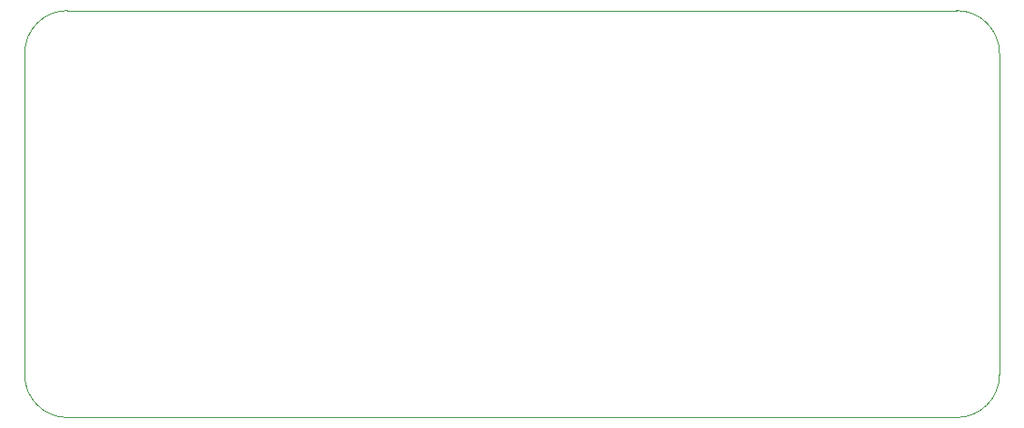
<source format=gm1>
G04 #@! TF.GenerationSoftware,KiCad,Pcbnew,(5.1.5)-3*
G04 #@! TF.CreationDate,2020-01-27T20:13:38-03:30*
G04 #@! TF.ProjectId,XDS100v2 Programmer,58445331-3030-4763-9220-50726f677261,rev?*
G04 #@! TF.SameCoordinates,Original*
G04 #@! TF.FileFunction,Profile,NP*
%FSLAX46Y46*%
G04 Gerber Fmt 4.6, Leading zero omitted, Abs format (unit mm)*
G04 Created by KiCad (PCBNEW (5.1.5)-3) date 2020-01-27 20:13:38*
%MOMM*%
%LPD*%
G04 APERTURE LIST*
%ADD10C,0.050000*%
G04 APERTURE END LIST*
D10*
X17000000Y-62000000D02*
G75*
G02X21000000Y-58000000I4000000J0D01*
G01*
X21000000Y-96000000D02*
G75*
G02X17000000Y-92000000I0J4000000D01*
G01*
X108000000Y-92000000D02*
G75*
G02X104000000Y-96000000I-4000000J0D01*
G01*
X104000000Y-58000000D02*
G75*
G02X108000000Y-62000000I0J-4000000D01*
G01*
X104000000Y-96000000D02*
X21000000Y-96000000D01*
X108000000Y-62000000D02*
X108000000Y-92000000D01*
X21000000Y-58000000D02*
X104000000Y-58000000D01*
X17000000Y-92000000D02*
X17000000Y-62000000D01*
M02*

</source>
